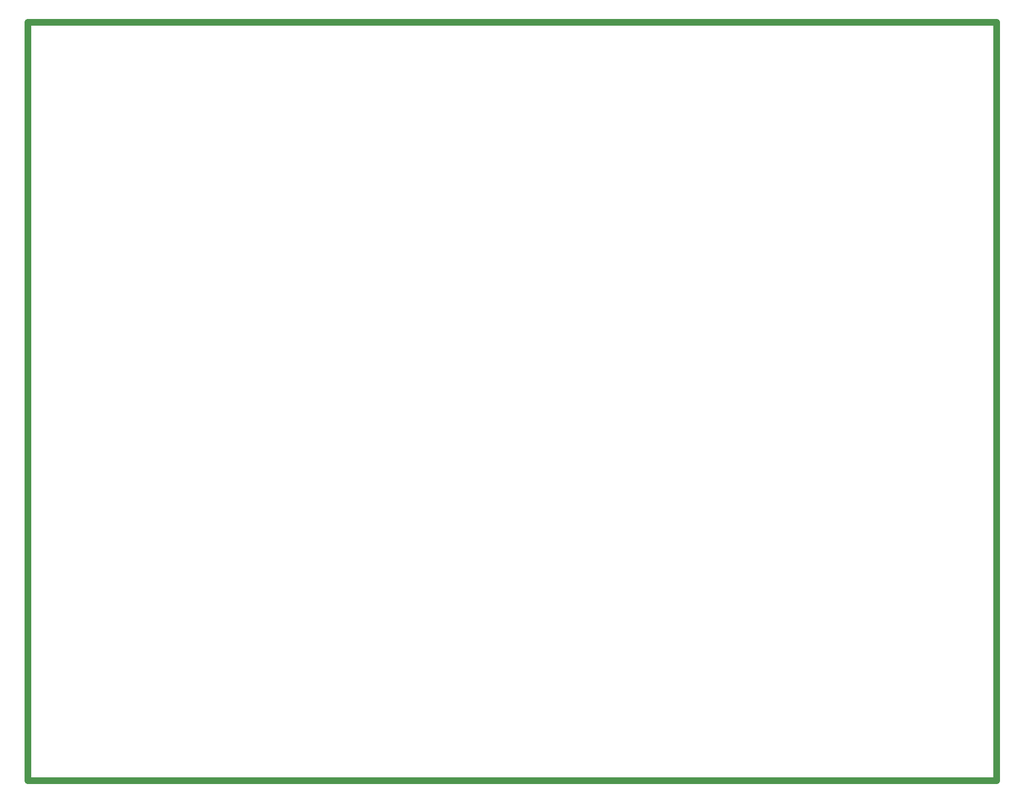
<source format=gko>
%FSTAX23Y23*%
%MOIN*%
%SFA1B1*%

%IPPOS*%
%ADD59C,0.039400*%
%LNpcb_washver2-1*%
%LPD*%
G54D59*
X0016Y05264D02*
Y00736D01*
Y05264D02*
X05948D01*
X0016Y00736D02*
X05948D01*
Y05264D02*
Y00736D01*
M02*
</source>
